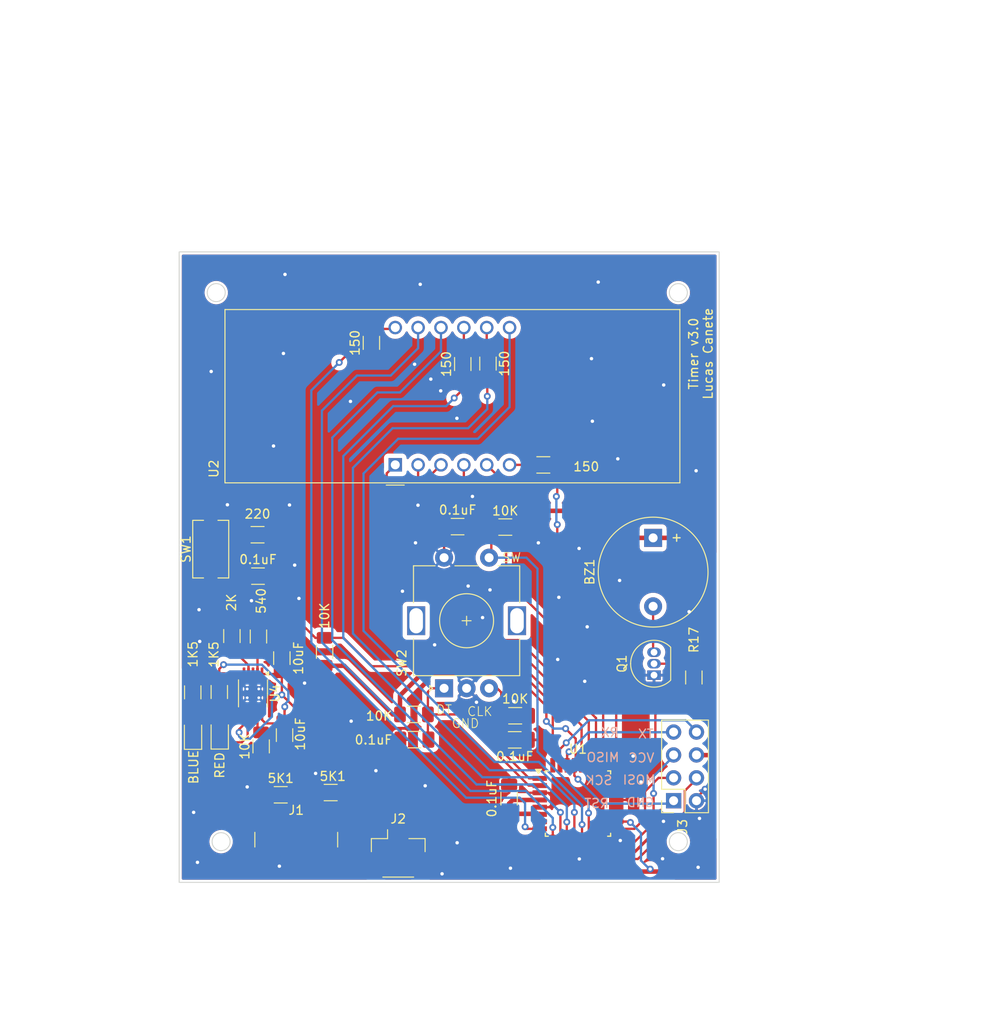
<source format=kicad_pcb>
(kicad_pcb (version 20241229) (generator "pcbnew") (generator_version "9.0")
  (title_block (title "PizzaClock") (date "2025-04-15") (rev "v3") (company "Lucas Canete"))
  (layers (0 "F.Cu" signal) (2 "B.Cu" signal) (13 "F.Paste" user) (15 "B.Paste" user) (5 "F.SilkS" user "F.Silkscreen") (7 "B.SilkS" user "B.Silkscreen") (1 "F.Mask" user) (3 "B.Mask" user) (25 "Edge.Cuts" user))
  (net 0 "")
  (net 1 "GND")
  (net 2 "Net-(BZ1-+)")
  (net 3 "Net-(U2-CA1)")
  (net 4 "Net-(U2-CA2)")
  (net 5 "Net-(U2-CA3)")
  (net 6 "Net-(U2-CA4)")
  (net 7 "RST")
  (net 8 "PB6")
  (net 9 "RX")
  (net 10 "TX")
  (net 11 "MISO")
  (net 12 "MOSI")
  (net 13 "Net-(U4-ISET)")
  (net 14 "Net-(U4-PRETERM)")
  (net 15 "Net-(U4-TS)")
  (net 16 "Net-(U4-OUT)")
  (net 17 "Net-(D3-A)")
  (net 19 "VBUS")
  (net 20 "Net-(D3-K)")
  (net 21 "BAT+")
  (net 22 "Net-(D2-A)")
  (net 23 "Net-(J1-CC1)")
  (net 24 "Net-(J1-CC2)")
  (net 25 "DT")
  (net 26 "CLK")
  (net 30 "Net-(Q1-B)")
  (net 31 "Net-(R12-Pad1)")
  (net 32 "BUZZ")
  (net 33 "E")
  (net 34 "D")
  (net 35 "DPX")
  (net 36 "C")
  (net 37 "G")
  (net 38 "CA2")
  (net 39 "CA4")
  (net 40 "CA1")
  (net 41 "A")
  (net 42 "F")
  (net 43 "CA3")
  (net 44 "B")
  (net 45 "SCK")
  (net 46 "SW")
  (footprint "Resistor_SMD:R_1206_3216Metric_Pad1.30x1.75mm_HandSolder" (layer "F.Cu") (at 75.4 121.95 90)
    (property "Reference" "R7" (hide yes))
    (property "Value" "2K")
  )
  (footprint "Resistor_SMD:R_1206_3216Metric_Pad1.30x1.75mm_HandSolder" (layer "F.Cu") (at 106.875 130.8)
    (property "Reference" "R15" (hide yes))
    (property "Value" "10K")
  )
  (footprint "Resistor_SMD:R_1206_3216Metric_Pad1.30x1.75mm_HandSolder" (layer "F.Cu") (at 71.05 128.2 -90)
    (property "Reference" "R9" (hide yes))
    (property "Value" "1K5")
  )
  (footprint "Capacitor_SMD:C_1206_3216Metric_Pad1.33x1.80mm_HandSolder" (layer "F.Cu") (at 95.675 133.45 180)
    (property "Reference" "C8" (hide yes))
    (property "Value" "0.1uF")
  )
  (footprint "Package_SO:HVSSOP-10-1EP_3x3mm_P0.5mm_EP1.57x1.88mm_ThermalVias" (layer "F.Cu") (at 77.745 128.3125 -90)
    (property "Reference" "U4")
    (property "Value" "BQ24090DGQ")
  )
  (footprint "Resistor_SMD:R_1206_3216Metric_Pad1.30x1.75mm_HandSolder" (layer "F.Cu") (at 86.375 139.325)
    (property "Reference" "R5" (hide yes))
    (property "Value" "5K1")
  )
  (footprint "Rotary_Encoder:RotaryEncoder_Alps_EC11E-Switch_Vertical_H20mm" (layer "F.Cu") (at 98.975 127.75 90)
    (property "Reference" "SW2")
    (property "Value" "RotaryEncoder_Switch")
  )
  (footprint "Resistor_SMD:R_1206_3216Metric_Pad1.30x1.75mm_HandSolder" (layer "F.Cu") (at 78.35 122 90)
    (property "Reference" "R6" (hide yes))
    (property "Value" "540")
  )
  (footprint "Resistor_SMD:R_1206_3216Metric_Pad1.30x1.75mm_HandSolder" (layer "F.Cu") (at 101.05 91.75 -90)
    (property "Reference" "R2" (hide yes))
    (property "Value" "150")
  )
  (footprint "Resistor_SMD:R_1206_3216Metric_Pad1.30x1.75mm_HandSolder" (layer "F.Cu") (at 95.625 130.65 180)
    (property "Reference" "R14" (hide yes))
    (property "Value" "10K")
  )
  (footprint "Resistor_SMD:R_1206_3216Metric_Pad1.30x1.75mm_HandSolder" (layer "F.Cu") (at 78.25 110.7)
    (property "Reference" "R12" (hide yes))
    (property "Value" "220")
  )
  (footprint "Resistor_SMD:R_1206_3216Metric_Pad1.30x1.75mm_HandSolder" (layer "F.Cu") (at 74 128.1625 -90)
    (property "Reference" "R10" (hide yes))
    (property "Value" "1K5")
  )
  (footprint "Capacitor_SMD:C_1206_3216Metric_Pad1.33x1.80mm_HandSolder" (layer "F.Cu") (at 100.475 109.8 180)
    (property "Reference" "C7" (hide yes))
    (property "Value" "0.1uF")
  )
  (footprint "Buzzer_Beeper:Buzzer_12x9.5RM7.6" (layer "F.Cu") (at 122.2 111.05 -90)
    (property "Reference" "BZ1")
    (property "Value" "Buzzer")
  )
  (footprint "Capacitor_SMD:C_1206_3216Metric_Pad1.33x1.80mm_HandSolder" (layer "F.Cu") (at 78.3 115.3 180)
    (property "Reference" "C4" (hide yes))
    (property "Value" "0.1uF")
  )
  (footprint "Capacitor_SMD:C_1206_3216Metric_Pad1.33x1.80mm_HandSolder" (layer "F.Cu") (at 106.825 133.475)
    (property "Reference" "C9" (hide yes))
    (property "Value" "0.1uF")
  )
  (footprint "Resistor_SMD:R_1206_3216Metric_Pad1.30x1.75mm_HandSolder" (layer "F.Cu") (at 90.9 89.4 -90)
    (property "Reference" "R1" (hide yes))
    (property "Value" "150")
  )
  (footprint "Resistor_SMD:R_1206_3216Metric_Pad1.30x1.75mm_HandSolder" (layer "F.Cu") (at 78.65 134.2 -90)
    (property "Reference" "R8" (hide yes))
    (property "Value" "10K")
  )
  (footprint "Resistor_SMD:R_1206_3216Metric_Pad1.30x1.75mm_HandSolder" (layer "F.Cu") (at 85.7 123.7 -90)
    (property "Reference" "R11" (hide yes))
    (property "Value" "10K")
  )
  (footprint "Package_QFP:TQFP-32_7x7mm_P0.8mm" (layer "F.Cu") (at 113.85 140.55)
    (property "Reference" "U1")
    (property "Value" "ATmega168-20A")
  )
  (footprint "Display_7Segment:CA56-12CGKWA" (layer "F.Cu") (at 93.55 102.94 90)
    (property "Reference" "U2")
    (property "Value" "CA56-12CGKWA")
  )
  (footprint "Resistor_SMD:R_1206_3216Metric_Pad1.30x1.75mm_HandSolder" (layer "F.Cu") (at 126.725 126.55 90)
    (property "Reference" "R17")
    (property "Value" "2K")
  )
  (footprint "Button_Switch_SMD:SW_Tactile_SPST_NO_Straight_CK_PTS636Sx25SMTRLFS" (layer "F.Cu") (at 73.05 112.3 90)
    (property "Reference" "SW1")
    (property "Value" "RST")
  )
  (footprint "LED_SMD:LED_0805_2012Metric" (layer "F.Cu") (at 74.05 132.8125 90)
    (property "Reference" "D2" (hide yes))
    (property "Value" "RED")
  )
  (footprint "Resistor_SMD:R_1206_3216Metric_Pad1.30x1.75mm_HandSolder" (layer "F.Cu") (at 80.825 139.575 180)
    (property "Reference" "R16" (hide yes))
    (property "Value" "5K1")
  )
  (footprint "Resistor_SMD:R_1206_3216Metric_Pad1.30x1.75mm_HandSolder" (layer "F.Cu") (at 110 102.95)
    (property "Reference" "R4" (hide yes))
    (property "Value" "150")
  )
  (footprint "Resistor_SMD:R_1206_3216Metric_Pad1.30x1.75mm_HandSolder" (layer "F.Cu") (at 103.85 91.7 -90)
    (property "Reference" "R3" (hide yes))
    (property "Value" "150")
  )
  (footprint "Connector_JST:JST_GH_SM02B-GHS-TB_1x02-1MP_P1.25mm_Horizontal" (layer "F.Cu") (at 93.88 146.15)
    (property "Reference" "J2")
    (property "Value" "Conn_BAT")
  )
  (footprint "Resistor_SMD:R_1206_3216Metric_Pad1.30x1.75mm_HandSolder" (layer "F.Cu") (at 105.775 109.85)
    (property "Reference" "R13" (hide yes))
    (property "Value" "10K")
  )
  (footprint "LED_SMD:LED_0805_2012Metric" (layer "F.Cu") (at 71.0825 132.8425 90)
    (property "Reference" "D3" (hide yes))
    (property "Value" "BLUE")
  )
  (footprint "Capacitor_SMD:C_1206_3216Metric_Pad1.33x1.80mm_HandSolder" (layer "F.Cu") (at 81.25 132.95 -90)
    (property "Reference" "C2" (hide yes))
    (property "Value" "10uF")
  )
  (footprint "Package_TO_SOT_THT:TO-92_Inline" (layer "F.Cu") (at 122.3 126.29 90)
    (property "Reference" "Q1")
    (property "Value" "PN2222A")
  )
  (footprint "Capacitor_SMD:C_1206_3216Metric_Pad1.33x1.80mm_HandSolder" (layer "F.Cu") (at 80.95 124.4 90)
    (property "Reference" "C3" (hide yes))
    (property "Value" "10uF")
  )
  (footprint "Connector_PinSocket_2.54mm:PinSocket_2x04_P2.54mm_Vertical" (layer "F.Cu") (at 124.475 140.23 180)
    (property "Reference" "J3")
    (property "Value" "Conn_USBASP")
  )
  (footprint "Connector_USB:USB_C_Receptacle_GCT_USB4135-GF-A_6P_TopMnt_Horizontal" (layer "F.Cu") (at 82.55 145.7825)
    (property "Reference" "J1")
    (property "Value" "USB_C_Receptacle_PowerOnly_6P")
  )
  (footprint "Capacitor_SMD:C_1206_3216Metric_Pad1.33x1.80mm_HandSolder" (layer "F.Cu") (at 106.2 140 90)
    (property "Reference" "C1" (hide yes))
    (property "Value" "0.1uF")
  )
  (gr_circle (center 74.2 144.78) (end 75.2 144.78) (stroke (width 0.1)) (fill no) (layer "Edge.Cuts"))
  (gr_circle (center 73.66 83.82) (end 74.66 83.82) (stroke (width 0.1)) (fill no) (layer "Edge.Cuts"))
  (gr_circle (center 125 144.78) (end 126 144.78) (stroke (width 0.1)) (fill no) (layer "Edge.Cuts"))
  (gr_circle (center 125 83.82) (end 126 83.82) (stroke (width 0.1)) (fill no) (layer "Edge.Cuts"))
  (gr_rect (start 69.54 79.3) (end 129.54 149.3) (stroke (width 0.1)) (fill no) (layer "Edge.Cuts"))
  (gr_text "CLK" (at 102.95 130.325 0) (layer "F.SilkS") (effects (font (size 1 1) (thickness 0.1))))
  (gr_text "DT" (at 98.975 130.125 0) (layer "F.SilkS") (effects (font (size 1 1) (thickness 0.1))))
  (gr_text "GND" (at 101.35 131.65 0) (layer "F.SilkS") (effects (font (size 1 1) (thickness 0.1))))
  (gr_text "SW" (at 106.475 113.225 0) (layer "F.SilkS") (effects (font (size 1 1) (thickness 0.1))))
  (gr_text "Timer v3.0\nLucas Canete\n" (at 127.5 90.6 90) (layer "F.SilkS") (effects (font (size 1 1))))
  (gr_text "GND" (at 120.79762 140.425 0) (layer "B.SilkS") (effects (font (size 1 1)) (justify mirror)))
  (gr_text "RX" (at 117.4 132.65 0) (layer "B.SilkS") (effects (font (size 1 1)) (justify mirror)))
  (gr_text "TX" (at 121.39762 132.825 0) (layer "B.SilkS") (effects (font (size 1 1)) (justify mirror)))
  (gr_text "RST" (at 115.92262 140.525 0) (layer "B.SilkS") (effects (font (size 1 1)) (justify mirror)))
  (gr_text "MISO" (at 116.62262 135.425 0) (layer "B.SilkS") (effects (font (size 1 1)) (justify mirror)))
  (gr_text "MOSI" (at 120.64762 137.925 0) (layer "B.SilkS") (effects (font (size 1 1)) (justify mirror)))
  (gr_text "SCK" (at 116.17262 137.975 0) (layer "B.SilkS") (effects (font (size 1 1)) (justify mirror)))
  (gr_text "VCC\n" (at 120.89762 135.475 0) (layer "B.SilkS") (effects (font (size 1 1)) (justify mirror)))
  (segment (start 77.525 142.705) (end 77.425 142.805) (width 0.254) (layer "F.Cu") (net 1))
  (segment (start 127.015 139.91) (end 127.975 138.95) (width 0.254) (layer "F.Cu") (net 1))
  (segment (start 79.275 139.575) (end 78.45 139.575) (width 0.254) (layer "F.Cu") (net 1))
  (segment (start 109.6 140.95) (end 110.654 140.95) (width 0.254) (layer "F.Cu") (net 1))
  (segment (start 87.925 139.325) (end 87.925 142.555) (width 0.254) (layer "F.Cu") (net 1))
  (segment (start 87.925 142.555) (end 87.675 142.805) (width 0.254) (layer "F.Cu") (net 1))
  (segment (start 98.975 113.25) (end 98.975 109.8625) (width 0.254) (layer "F.Cu") (net 1))
  (segment (start 127.015 140.23) (end 127.015 139.91) (width 0.254) (layer "F.Cu") (net 1))
  (segment (start 110.654 140.95) (end 110.875 140.729) (width 0.254) (layer "F.Cu") (net 1))
  (segment (start 98.975 109.8625) (end 98.9125 109.8) (width 0.254) (layer "F.Cu") (net 1))
  (segment (start 119.154 140.15) (end 120.85 138.454) (width 0.254) (layer "F.Cu") (net 1))
  (segment (start 110.875 140.729) (end 110.875 139.7) (width 0.254) (layer "F.Cu") (net 1))
  (segment (start 78.45 139.575) (end 77.525 140.5) (width 0.254) (layer "F.Cu") (net 1))
  (segment (start 118.1 140.15) (end 119.154 140.15) (width 0.254) (layer "F.Cu") (net 1))
  (segment (start 108.35 139.35) (end 107.4375 138.4375) (width 0.254) (layer "F.Cu") (net 1))
  (segment (start 110.525 139.35) (end 109.6 139.35) (width 0.254) (layer "F.Cu") (net 1))
  (segment (start 107.4375 138.4375) (end 106.2 138.4375) (width 0.254) (layer "F.Cu") (net 1))
  (segment (start 109.6 139.35) (end 108.35 139.35) (width 0.254) (layer "F.Cu") (net 1))
  (segment (start 77.745 126.1625) (end 77.745 128.3125) (width 0.254) (layer "F.Cu") (net 1))
  (segment (start 77.525 140.5) (end 77.525 142.705) (width 0.254) (layer "F.Cu") (net 1))
  (segment (start 120.85 138.454) (end 120.85 138.15) (width 0.254) (layer "F.Cu") (net 1))
  (segment (start 110.875 139.7) (end 110.525 139.35) (width 0.254) (layer "F.Cu") (net 1))
  (via (at 95.7 91.775) (size 0.762) (drill 0.381) (layers "F.Cu" "B.Cu") (net 1))
  (via (at 81.125 90.575) (size 0.762) (drill 0.381) (layers "F.Cu" "B.Cu") (net 1))
  (via (at 98.6 94.725) (size 0.762) (drill 0.381) (layers "F.Cu" "B.Cu") (net 1))
  (via (at 83.475 127.175) (size 0.762) (drill 0.381) (layers "F.Cu" "B.Cu") (net 1))
  (via (at 95.8 111.6) (size 0.762) (drill 0.381) (layers "F.Cu" "B.Cu") (net 1))
  (via (at 119.975 135.275) (size 0.762) (drill 0.381) (layers "F.Cu" "B.Cu") (net 1))
  (via (at 80.675 147.5) (size 0.762) (drill 0.381) (layers "F.Cu" "B.Cu") (net 1))
  (via (at 97.5 93.425) (size 0.762) (drill 0.381) (layers "F.Cu" "B.Cu") (net 1))
  (via (at 71.15 141.525) (size 0.762) (drill 0.381) (layers "F.Cu" "B.Cu") (net 1))
  (via (at 80.025 100.85) (size 0.762) (drill 0.381) (layers "F.Cu" "B.Cu") (net 1))
  (via (at 88.65 131.4) (size 0.762) (drill 0.381) (layers "F.Cu" "B.Cu") (net 1))
  (via (at 77.1 138.7) (size 0.762) (drill 0.381) (layers "F.Cu" "B.Cu") (net 1))
  (via (at 120.85 138.15) (size 0.762) (drill 0.381) (layers "F.Cu" "B.Cu") (net 1))
  (via (at 101.65 116.4) (size 0.762) (drill 0.381) (layers "F.Cu" "B.Cu") (net 1))
  (via (at 115.45 98.1) (size 0.762) (drill 0.381) (layers "F.Cu" "B.Cu") (net 1))
  (via (at 123.35 142.525) (size 0.762) (drill 0.381) (layers "F.Cu" "B.Cu") (net 1))
  (via (at 103.25 119.9) (size 0.762) (drill 0.381) (layers "F.Cu" "B.Cu") (net 1))
  (via (at 114.875 120.925) (size 0.762) (drill 0.381) (layers "F.Cu" "B.Cu") (net 1))
  (via (at 102.575 129.3) (size 0.762) (drill 0.381) (layers "F.Cu" "B.Cu") (net 1))
  (via (at 127.975 138.95) (size 0.762) (drill 0.381) (layers "F.Cu" "B.Cu") (net 1))
  (via (at 114.6 126.975) (size 0.762) (drill 0.381) (layers "F.Cu" "B.Cu") (net 1))
  (via (at 115.35 91.15) (size 0.762) (drill 0.381) (layers "F.Cu" "B.Cu") (net 1))
  (via (at 123.375 94.075) (size 0.762) (drill 0.381) (layers "F.Cu" "B.Cu") (net 1))
  (via (at 100.425 144.9) (size 0.762) (drill 0.381) (layers "F.Cu" "B.Cu") (net 1))
  (via (at 111.725 117.65) (size 0.762) (drill 0.381) (layers "F.Cu" "B.Cu") (net 1))
  (via (at 96.875 138.575) (size 0.762) (drill 0.381) (layers "F.Cu" "B.Cu") (net 1))
  (via (at 118.55 144.65) (size 0.762) (drill 0.381) (layers "F.Cu" "B.Cu") (net 1))
  (via (at 113.975 112.225) (size 0.762) (drill 0.381) (layers "F.Cu" "B.Cu") (net 1))
  (via (at 82.85 117.775) (size 0.762) (drill 0.381) (layers "F.Cu" "B.Cu") (net 1))
  (via (at 82.375 114.075) (size 0.762) (drill 0.381) (layers "F.Cu" "B.Cu") (net 1))
  (via (at 102.125 106.45) (size 0.762) (drill 0.381) (layers "F.Cu" "B.Cu") (net 1))
  (via (at 88.575 95.9) (size 0.762) (drill 0.381) (layers "F.Cu" "B.Cu") (net 1))
  (via (at 96.075 107.425) (size 0.762) (drill 0.381) (layers "F.Cu" "B.Cu") (net 1))
  (via (at 77.575 118.025) (size 0.762) (drill 0.381) (layers "F.Cu" "B.Cu") (net 1))
  (via (at 81.8 107.4) (size 0.762) (drill 0.381) (layers "F.Cu" "B.Cu") (net 1))
  (via (at 71.825 122.55) (size 0.762) (drill 0.381) (layers "F.Cu" "B.Cu") (net 1))
  (via (at 98.75 148.35) (size 0.762) (drill 0.381) (layers "F.Cu" "B.Cu") (net 1))
  (via (at 118.475 115.775) (size 0.762) (drill 0.381) (layers "F.Cu" "B.Cu") (net 1))
  (via (at 126.2 119.25) (size 0.762) (drill 0.381) (layers "F.Cu" "B.Cu") (net 1))
  (via (at 74.9 107.375) (size 0.762) (drill 0.381) (layers "F.Cu" "B.Cu") (net 1))
  (via (at 100.4 97.775) (size 0.762) (drill 0.381) (layers "F.Cu" "B.Cu") (net 1))
  (via (at 126.975 103.6) (size 0.762) (drill 0.381) (layers "F.Cu" "B.Cu") (net 1))
  (via (at 118.275 102.275) (size 0.762) (drill 0.381) (layers "F.Cu" "B.Cu") (net 1))
  (via (at 81.3 81.8) (size 0.762) (drill 0.381) (layers "F.Cu" "B.Cu") (net 1))
  (via (at 123.25 146.675) (size 0.762) (drill 0.381) (layers "F.Cu" "B.Cu") (net 1))
  (via (at 71.575 147.075) (size 0.762) (drill 0.381) (layers "F.Cu" "B.Cu") (net 1))
  (via (at 109.45 111.6) (size 0.762) (drill 0.381) (layers "F.Cu" "B.Cu") (net 1))
  (via (at 114 146.7) (size 0.762) (drill 0.381) (layers "F.Cu" "B.Cu") (net 1))
  (via (at 116.1 82.65) (size 0.762) (drill 0.381) (layers "F.Cu" "B.Cu") (net 1))
  (via (at 96.325 82.9) (size 0.762) (drill 0.381) (layers "F.Cu" "B.Cu") (net 1))
  (via (at 104.075 116.825) (size 0.762) (drill 0.381) (layers "F.Cu" "B.Cu") (net 1))
  (via (at 97.925 122.925) (size 0.762) (drill 0.381) (layers "F.Cu" "B.Cu") (net 1))
  (via (at 91.4 136.9) (size 0.762) (drill 0.381) (layers "F.Cu" "B.Cu") (net 1))
  (via (at 127.2 147.625) (size 0.762) (drill 0.381) (layers "F.Cu" "B.Cu") (net 1))
  (via (at 94.35 116.975) (size 0.762) (drill 0.381) (layers "F.Cu" "B.Cu") (net 1))
  (via (at 111.6 124.55) (size 0.762) (drill 0.381) (layers "F.Cu" "B.Cu") (net 1))
  (via (at 106.725 129.2) (size 0.762) (drill 0.381) (layers "F.Cu" "B.Cu") (net 1))
  (via (at 127.35 142.2) (size 0.762) (drill 0.381) (layers "F.Cu" "B.Cu") (net 1))
  (via (at 71.75 119.025) (size 0.762) (drill 0.381) (layers "F.Cu" "B.Cu") (net 1))
  (via (at 84.7 137.2) (size 0.762) (drill 0.381) (layers "F.Cu" "B.Cu") (net 1))
  (via (at 106.35 147.725) (size 0.762) (drill 0.381) (layers "F.Cu" "B.Cu") (net 1))
  (via (at 73.1 92.575) (size 0.762) (drill 0.381) (layers "F.Cu" "B.Cu") (net 1))
  (segment (start 122.2 118.65) (end 122.2 123.65) (width 0.254) (layer "F.Cu") (net 2))
  (segment (start 122.2 123.65) (end 122.3 123.75) (width 0.254) (layer "F.Cu") (net 2))
  (segment (start 90.9 87.85) (end 93.4 87.85) (width 0.254) (layer "F.Cu") (net 3))
  (segment (start 93.4 87.85) (end 93.55 87.7) (width 0.254) (layer "F.Cu") (net 3))
  (segment (start 101.17 90.08) (end 101.05 90.2) (width 0.254) (layer "F.Cu") (net 4))
  (segment (start 101.17 87.7) (end 101.17 90.08) (width 0.254) (layer "F.Cu") (net 4))
  (segment (start 103.71 90.01) (end 103.85 90.15) (width 0.254) (layer "F.Cu") (net 5))
  (segment (start 103.71 87.7) (end 103.71 90.01) (width 0.254) (layer "F.Cu") (net 5))
  (segment (start 106.25 102.94) (end 108.44 102.94) (width 0.254) (layer "F.Cu") (net 6))
  (segment (start 108.44 102.94) (end 108.45 102.95) (width 0.254) (layer "F.Cu") (net 6))
  (segment (start 84.675 122.15) (end 85.7 122.15) (width 0.254) (layer "F.Cu") (net 7))
  (segment (start 79.8 110.7) (end 79.8 115.2375) (width 0.254) (layer "F.Cu") (net 7))
  (segment (start 113.45 137.45) (end 113.85 137.85) (width 0.254) (layer "F.Cu") (net 7))
  (segment (start 113.6 136.15) (end 113.6 133.35) (width 0.254) (layer "F.Cu") (net 7))
  (segment (start 79.8625 115.3) (end 79.8625 117.3625) (width 0.254) (layer "F.Cu") (net 7))
  (segment (start 79.8 115.2375) (end 79.8625 115.3) (width 0.254) (layer "F.Cu") (net 7))
  (segment (start 90.95 125.3) (end 95.95 125.3) (width 0.254) (layer "F.Cu") (net 7))
  (segment (start 85.7 122.15) (end 87.8 122.15) (width 0.254) (layer "F.Cu") (net 7))
  (segment (start 113.45 136.3) (end 113.6 136.15) (width 0.254) (layer "F.Cu") (net 7))
  (segment (start 82.35 119.85) (end 82.375 119.85) (width 0.254) (layer "F.Cu") (net 7))
  (segment (start 87.8 122.15) (end 90.95 125.3) (width 0.254) (layer "F.Cu") (net 7))
  (segment (start 113.45 136.3) (end 113.45 137.45) (width 0.254) (layer "F.Cu") (net 7))
  (segment (start 82.375 119.85) (end 84.675 122.15) (width 0.254) (layer "F.Cu") (net 7))
  (segment (start 110.342 129.742) (end 110.342 131.425) (width 0.254) (layer "F.Cu") (net 7))
  (segment (start 113.6 133.35) (end 112.475 132.225) (width 0.254) (layer "F.Cu") (net 7))
  (segment (start 79.8625 117.3625) (end 82.35 119.85) (width 0.254) (layer "F.Cu") (net 7))
  (segment (start 96 125.3) (end 105.9 125.3) (width 0.254) (layer "F.Cu") (net 7))
  (segment (start 105.9 125.3) (end 110.342 129.742) (width 0.254) (layer "F.Cu") (net 7))
  (via (at 112.475 132.225) (size 0.762) (drill 0.381) (layers "F.Cu" "B.Cu") (net 7))
  (via (at 110.342 131.425) (size 0.762) (drill 0.381) (layers "F.Cu" "B.Cu") (net 7))
  (via (at 113.85 137.85) (size 0.762) (drill 0.381) (layers "F.Cu" "B.Cu") (net 7))
  (segment (start 124.291 140.559) (end 124.6 140.25) (width 0.254) (layer "B.Cu") (net 7))
  (segment (start 113.85 137.85) (end 116.559 140.559) (width 0.254) (layer "B.Cu") (net 7))
  (segment (start 112.475 132.225) (end 111.142 132.225) (width 0.254) (layer "B.Cu") (net 7))
  (segment (start 111.142 132.225) (end 110.342 131.425) (width 0.254) (layer "B.Cu") (net 7))
  (segment (start 116.559 140.559) (end 124.291 140.559) (width 0.254) (layer "B.Cu") (net 7))
  (segment (start 112.65 135) (end 112.85 134.8) (width 0.254) (layer "F.Cu") (net 9))
  (segment (start 112.65 135.246) (end 112.65 135) (width 0.254) (layer "F.Cu") (net 9))
  (segment (start 112.65 136.3) (end 112.65 135.246) (width 0.254) (layer "F.Cu") (net 9))
  (via (at 112.85 134.8) (size 0.762) (drill 0.381) (layers "F.Cu" "B.Cu") (net 9))
  (segment (start 112.85 134.8) (end 115.02 132.63) (width 0.254) (layer "B.Cu") (net 9))
  (segment (start 115.02 132.63) (end 124.6 132.63) (width 0.254) (layer "B.Cu") (net 9))
  (segment (start 111.85 136.3) (end 111.85 134.5) (width 0.254) (layer "F.Cu") (net 10))
  (segment (start 111.85 134.5) (end 112.55 133.8) (width 0.254) (layer "F.Cu") (net 10))
  (via (at 112.55 133.8) (size 0.762) (drill 0.381) (layers "F.Cu" "B.Cu") (net 10))
  (segment (start 115.05 131.3) (end 125.81 131.3) (width 0.254) (layer "B.Cu") (net 10))
  (segment (start 125.81 131.3) (end 127.14 132.63) (width 0.254) (layer "B.Cu") (net 10))
  (segment (start 112.55 133.8) (end 115.05 131.3) (width 0.254) (layer "B.Cu") (net 10))
  (segment (start 122.25 142.7) (end 118.95 146) (width 0.254) (layer "F.Cu") (net 11))
  (segment (start 118.95 146) (end 116.9 146) (width 0.254) (layer "F.Cu") (net 11))
  (segment (start 116.9 146) (end 116.65 145.75) (width 0.254) (layer "F.Cu") (net 11))
  (segment (start 122.25 139.425) (end 122.25 142.7) (width 0.254) (layer "F.Cu") (net 11))
  (segment (start 116.65 145.75) (end 116.65 144.8) (width 0.254) (layer "F.Cu") (net 11))
  (via (at 122.25 139.425) (size 0.762) (drill 0.381) (layers "F.Cu" "B.Cu") (net 11))
  (segment (start 122.25 139.425) (end 122.25 137.52) (width 0.254) (layer "B.Cu") (net 11))
  (segment (start 122.25 137.52) (end 124.6 135.17) (width 0.254) (layer "B.Cu") (net 11))
  (segment (start 115.85 146.25) (end 116.3 146.7) (width 0.254) (layer "F.Cu") (net 12))
  (segment (start 115.85 144.8) (end 115.85 146.25) (width 0.254) (layer "F.Cu") (net 12))
  (segment (start 116.3 146.7) (end 120.506 146.7) (width 0.254) (layer "F.Cu") (net 12))
  (segment (start 125.725 141.481) (end 125.725 139.125) (width 0.254) (layer "F.Cu") (net 12))
  (segment (start 125.725 139.125) (end 127.14 137.71) (width 0.254) (layer "F.Cu") (net 12))
  (segment (start 120.506 146.7) (end 125.725 141.481) (width 0.254) (layer "F.Cu") (net 12))
  (segment (start 78.245 126.1625) (end 78.245 123.655) (width 0.254) (layer "F.Cu") (net 13))
  (segment (start 78.245 123.655) (end 78.35 123.55) (width 0.254) (layer "F.Cu") (net 13))
  (segment (start 77.245 125.194342) (end 75.550658 123.5) (width 0.254) (layer "F.Cu") (net 14))
  (segment (start 77.245 126.1625) (end 77.245 125.194342) (width 0.254) (layer "F.Cu") (net 14))
  (segment (start 75.550658 123.5) (end 75.4 123.5) (width 0.254) (layer "F.Cu") (net 14))
  (segment (start 78.245 132.495) (end 78.35 132.6) (width 0.254) (layer "F.Cu") (net 15))
  (segment (start 78.245 130.4625) (end 78.245 132.245) (width 0.254) (layer "F.Cu") (net 15))
  (segment (start 78.245 132.245) (end 78.65 132.65) (width 0.254) (layer "F.Cu") (net 15))
  (segment (start 74 125.6) (end 74 126.6125) (width 0.254) (layer "F.Cu") (net 16))
  (segment (start 81.274368 130.225632) (end 81.25 130.25) (width 0.254) (layer "F.Cu") (net 16))
  (segment (start 79.15 131.65) (end 80.45 131.65) (width 0.254) (layer "F.Cu") (net 16))
  (segment (start 71.05 126.65) (end 73.9625 126.65) (width 0.254) (layer "F.Cu") (net 16))
  (segment (start 81.274368 129.800632) (end 81.274368 130.225632) (width 0.254) (layer "F.Cu") (net 16))
  (segment (start 73.95 126.6625) (end 74 126.6125) (width 0.254) (layer "F.Cu") (net 16))
  (segment (start 78.745 130.4625) (end 78.745 131.245) (width 0.254) (layer "F.Cu") (net 16))
  (segment (start 74.475 125.125) (end 74 125.6) (width 0.254) (layer "F.Cu") (net 16))
  (segment (start 81.25 130.25) (end 81.25 131.3875) (width 0.254) (layer "F.Cu") (net 16))
  (segment (start 78.745 131.245) (end 79.15 131.65) (width 0.254) (layer "F.Cu") (net 16))
  (segment (start 73.9625 126.65) (end 74 126.6125) (width 0.254) (layer "F.Cu") (net 16))
  (via (at 81.274368 129.800632) (size 0.762) (drill 0.381) (layers "F.Cu" "B.Cu") (net 16))
  (via (at 74.475 125.125) (size 0.762) (drill 0.381) (layers "F.Cu" "B.Cu") (net 16))
  (segment (start 78.725 125.125) (end 74.475 125.125) (width 0.254) (layer "B.Cu") (net 16))
  (segment (start 81.675 129.125) (end 81.675 128.075) (width 0.254) (layer "B.Cu") (net 16))
  (segment (start 81.274368 129.525632) (end 81.675 129.125) (width 0.254) (layer "B.Cu") (net 16))
  (segment (start 81.274368 129.800632) (end 81.274368 129.525632) (width 0.254) (layer "B.Cu") (net 16))
  (segment (start 81.675 128.075) (end 78.725 125.125) (width 0.254) (layer "B.Cu") (net 16))
  (segment (start 71.0825 131.905) (end 71.0825 129.7825) (width 0.254) (layer "F.Cu") (net 17))
  (segment (start 71.0825 129.7825) (end 71.05 129.75) (width 0.254) (layer "F.Cu") (net 17))
  (segment (start 76.2 132.304508) (end 76.2 132.65) (width 0.254) (layer "F.Cu") (net 19))
  (segment (start 81.03 142.75) (end 81.1 142.82) (width 0.254) (layer "F.Cu") (net 19))
  (segment (start 81.1 143.75) (end 81.35 144) (width 0.254) (layer "F.Cu") (net 19))
  (segment (start 81.03 137.645) (end 83.2 135.475) (width 0.254) (layer "F.Cu") (net 19))
  (segment (start 81.03 142.75) (end 81.03 137.645) (width 0.254) (layer "F.Cu") (net 19))
  (segment (start 81.35 144) (end 83.7 144) (width 0.254) (layer "F.Cu") (net 19))
  (segment (start 83.2 130.725) (end 80.95 128.475) (width 0.254) (layer "F.Cu") (net 19))
  (segment (start 78.745 126.1625) (end 80.75 126.1625) (width 0.254) (layer "F.Cu") (net 19))
  (segment (start 77.245 130.4625) (end 77.245 131.259508) (width 0.254) (layer "F.Cu") (net 19))
  (segment (start 80.95 128.475) (end 80.95 125.9625) (width 0.254) (layer "F.Cu") (net 19))
  (segment (start 77.245 131.259508) (end 76.2 132.304508) (width 0.254) (layer "F.Cu") (net 19))
  (segment (start 83.7 144) (end 84.07 143.63) (width 0.254) (layer "F.Cu") (net 19))
  (segment (start 80.75 126.1625) (end 80.95 125.9625) (width 0.254) (layer "F.Cu") (net 19))
  (segment (start 84.07 143.63) (end 84.07 142.75) (width 0.254) (layer "F.Cu") (net 19))
  (segment (start 81.1 142.82) (end 81.1 143.75) (width 0.254) (layer "F.Cu") (net 19))
  (segment (start 83.2 135.475) (end 83.2 130.725) (width 0.254) (layer "F.Cu") (net 19))
  (via (at 80.95 128.475) (size 0.762) (drill 0.381) (layers "F.Cu" "B.Cu") (net 19))
  (via (at 76.2 132.65) (size 0.762) (drill 0.381) (layers "F.Cu" "B.Cu") (net 19))
  (segment (start 80.45 128.475) (end 79.85 129.075) (width 0.254) (layer "B.Cu") (net 19))
  (segment (start 77.4 133.35) (end 76.45 133.35) (width 0.254) (layer "B.Cu") (net 19))
  (segment (start 76.2 133.1) (end 76.2 132.65) (width 0.254) (layer "B.Cu") (net 19))
  (segment (start 76.45 133.35) (end 76.2 133.1) (width 0.254) (layer "B.Cu") (net 19))
  (segment (start 80.95 128.475) (end 80.45 128.475) (width 0.254) (layer "B.Cu") (net 19))
  (segment (start 79.85 130.9) (end 77.4 133.35) (width 0.254) (layer "B.Cu") (net 19))
  (segment (start 79.85 129.075) (end 79.85 130.9) (width 0.254) (layer "B.Cu") (net 19))
  (segment (start 72.45 128.9) (end 73.25 128.1) (width 0.254) (layer "F.Cu") (net 20))
  (segment (start 76.745 127.105) (end 76.745 126.1625) (width 0.254) (layer "F.Cu") (net 20))
  (segment (start 72.45 132.4125) (end 72.45 128.9) (width 0.254) (layer "F.Cu") (net 20))
  (segment (start 71.0825 133.78) (end 72.45 132.4125) (width 0.254) (layer "F.Cu") (net 20))
  (segment (start 73.25 128.1) (end 75.75 128.1) (width 0.254) (layer "F.Cu") (net 20))
  (segment (start 75.75 128.1) (end 76.745 127.105) (width 0.254) (layer "F.Cu") (net 20))
  (segment (start 74.05 133.75) (end 76.5 133.75) (width 0.254) (layer "F.Cu") (net 21))
  (segment (start 94.075 128.55) (end 96.525 126.1) (width 0.5) (layer "F.Cu") (net 21))
  (segment (start 118.1 142.55) (end 119.583 142.55) (width 0.254) (layer "F.Cu") (net 21))
  (segment (start 74.05 142) (end 74.05 133.75) (width 0.5) (layer "F.Cu") (net 21))
  (segment (start 77.745 130.4625) (end 77.745 131.705658) (width 0.254) (layer "F.Cu") (net 21))
  (segment (start 85.7 125.25) (end 87.875 125.25) (width 0.5) (layer "F.Cu") (net 21))
  (segment (start 93.575 145.625) (end 97.775 145.625) (width 0.5) (layer "F.Cu") (net 21))
  (segment (start 128.9 143.45) (end 128.9 135.55) (width 0.5) (layer "F.Cu") (net 21))
  (segment (start 110.275 108.05) (end 108.475 109.85) (width 0.5) (layer "F.Cu") (net 21))
  (segment (start 77.745 131.705658) (end 77.15 132.300658) (width 0.254) (layer "F.Cu") (net 21))
  (segment (start 85.7 133.575) (end 85.7 125.25) (width 0.5) (layer "F.Cu") (net 21))
  (segment (start 93.255 144.3) (end 93.255 145.305) (width 0.5) (layer "F.Cu") (net 21))
  (segment (start 128.9 135.55) (end 128.9 113.675) (width 0.5) (layer "F.Cu") (net 21))
  (segment (start 93.275 130.65) (end 94.075 130.65) (width 0.5) (layer "F.Cu") (net 21))
  (segment (start 106.6 140.15) (end 106.2 140.55) (width 0.5) (layer "F.Cu") (net 21))
  (segment (start 93.255 141.13) (end 85.7 133.575) (width 0.5) (layer "F.Cu") (net 21))
  (segment (start 101.8375 141.5625) (end 106.2 141.5625) (width 0.5) (layer "F.Cu") (net 21))
  (segment (start 118.125 111.05) (end 115.125 108.05) (width 0.5) (layer "F.Cu") (net 21))
  (segment (start 122.2 111.05) (end 118.125 111.05) (width 0.5) (layer "F.Cu") (net 21))
  (segment (start 92.977 144.578) (end 76.628 144.578) (width 0.5) (layer "F.Cu") (net 21))
  (segment (start 106 141.6875) (end 109.5375 141.6875) (width 0.5) (layer "F.Cu") (net 21))
  (segment (start 124.6875 147.6625) (end 128.9 143.45) (width 0.5) (layer "F.Cu") (net 21))
  (segment (start 105.55 126.1) (end 108.425 128.975) (width 0.5) (layer "F.Cu") (net 21))
  (segment (start 106.2 144.25) (end 110.05 148.1) (width 0.5) (layer "F.Cu") (net 21))
  (segment (start 124.25 148.1) (end 124.6875 147.6625) (width 0.5) (layer "F.Cu") (net 21))
  (segment (start 115.125 108.05) (end 110.275 108.05) (width 0.5) (layer "F.Cu") (net 21))
  (segment (start 108.425 128.975) (end 108.425 130.8) (width 0.5) (layer "F.Cu") (net 21))
  (segment (start 93.255 144.3) (end 93.255 141.13) (width 0.5) (layer "F.Cu") (net 21))
  (segment (start 106.2 141.5625) (end 106.2 144.25) (width 0.5) (layer "F.Cu") (net 21))
  (segment (start 128.9 135.55) (end 128.52 135.17) (width 0.5) (layer "F.Cu") (net 21))
  (segment (start 87.875 125.25) (end 93.275 130.65) (width 0.5) (layer "F.Cu") (net 21))
  (segment (start 97.775 145.625) (end 101.8375 141.5625) (width 0.5) (layer "F.Cu") (net 21))
  (segment (start 126.275 111.05) (end 122.2 111.05) (width 0.5) (layer "F.Cu") (net 21))
  (segment (start 77.15 132.300658) (end 77.15 133.1) (width 0.254) (layer "F.Cu") (net 21))
  (segment (start 96.525 126.1) (end 105.55 126.1) (width 0.5) (layer "F.Cu") (net 21))
  (segment (start 108.475 109.85) (end 107.325 109.85) (width 0.5) (layer "F.Cu") (net 21))
  (segment (start 106.2 140.55) (end 106.2 141.5625) (width 0.5) (layer "F.Cu") (net 21))
  (segment (start 128.9 113.675) (end 126.275 111.05) (width 0.5) (layer "F.Cu") (net 21))
  (segment (start 128.52 135.17) (end 127.14 135.17) (width 0.5) (layer "F.Cu") (net 21))
  (segment (start 76.628 144.578) (end 74.05 142) (width 0.5) (layer "F.Cu") (net 21))
  (segment (start 119.583 142.55) (end 119.675 142.642) (width 0.254) (layer "F.Cu") (net 21))
  (segment (start 110.05 148.1) (end 124.25 148.1) (width 0.5) (layer "F.Cu") (net 21))
  (segment (start 76.5 133.75) (end 77.15 133.1) (width 0.254) (layer "F.Cu") (net 21))
  (segment (start 93.255 145.305) (end 93.575 145.625) (width 0.5) (layer "F.Cu") (net 21))
  (segment (start 94.075 130.65) (end 94.075 128.55) (width 0.5) (layer "F.Cu") (net 21))
  (segment (start 109.6 140.15) (end 106.6 140.15) (width 0.5) (layer "F.Cu") (net 21))
  (segment (start 109.5375 141.6875) (end 109.6 141.75) (width 0.5) (layer "F.Cu") (net 21))
  (via (at 119.675 142.642) (size 0.762) (drill 0.381) (layers "F.Cu" "B.Cu") (net 21))
  (via (at 121.875 147.825) (size 0.762) (drill 0.381) (layers "F.Cu" "B.Cu") (net 21))
  (segment (start 119.675 142.642) (end 120.85 143.817) (width 0.254) (layer "B.Cu") (net 21))
  (segment (start 120.85 143.817) (end 120.85 146.875) (width 0.254) (layer "B.Cu") (net 21))
  (segment (start 120.85 146.875) (end 121.8 147.825) (width 0.254) (layer "B.Cu") (net 21))
  (segment (start 121.8 147.825) (end 121.875 147.825) (width 0.254) (layer "B.Cu") (net 21))
  (segment (start 74 131.825) (end 74.05 131.875) (width 0.254) (layer "F.Cu") (net 22))
  (segment (start 74 129.7125) (end 74 131.825) (width 0.254) (layer "F.Cu") (net 22))
  (segment (start 82.125 142.675) (end 82.125 139.825) (width 0.254) (layer "F.Cu") (net 23))
  (segment (start 82.125 139.825) (end 82.375 139.575) (width 0.254) (layer "F.Cu") (net 23))
  (segment (start 82.05 142.75) (end 82.125 142.675) (width 0.254) (layer "F.Cu") (net 23))
  (segment (start 83.05 142.75) (end 83.05 141.775) (width 0.254) (layer "F.Cu") (net 24))
  (segment (start 83.65 141.175) (end 84.425 141.175) (width 0.254) (layer "F.Cu") (net 24))
  (segment (start 83.05 141.775) (end 83.65 141.175) (width 0.254) (layer "F.Cu") (net 24))
  (segment (start 84.825 140.775) (end 84.825 139.325) (width 0.254) (layer "F.Cu") (net 24))
  (segment (start 84.425 141.175) (end 84.825 140.775) (width 0.254) (layer "F.Cu") (net 24))
  (segment (start 97.2 130.9875) (end 97.2625 131.05) (width 0.254) (layer "F.Cu") (net 25))
  (segment (start 109.6 138.55) (end 108.375 138.55) (width 0.254) (layer "F.Cu") (net 25))
  (segment (start 100.475 130.65) (end 97.175 130.65) (width 0.254) (layer "F.Cu") (net 25))
  (segment (start 97.175 130.65) (end 97.175 128.15) (width 0.254) (layer "F.Cu") (net 25))
  (segment (start 97.175 130.65) (end 97.175 133.3875) (width 0.254) (layer "F.Cu") (net 25))
  (segment (start 97.175 133.3875) (end 97.2375 133.45) (width 0.254) (layer "F.Cu") (net 25))
  (segment (start 97.175 128.15) (end 97.575 127.75) (width 0.254) (layer "F.Cu") (net 25))
  (segment (start 108.375 138.55) (end 100.475 130.65) (width 0.254) (layer "F.Cu") (net 25))
  (segment (start 97.575 127.75) (end 98.975 127.75) (width 0.254) (layer "F.Cu") (net 25))
  (segment (start 105.2875 134.6125) (end 108.425 137.75) (width 0.254) (layer "F.Cu") (net 26))
  (segment (start 105.35 131.0125) (end 105.2875 131.075) (width 0.254) (layer "F.Cu") (net 26))
  (segment (start 105.2875 131.075) (end 105.2875 134.6125) (width 0.254) (layer "F.Cu") (net 26))
  (segment (start 104.875 127.75) (end 105.325 128.2) (width 0.254) (layer "F.Cu") (net 26))
  (segment (start 105.325 128.2) (end 105.325 130.8) (width 0.254) (layer "F.Cu") (net 26))
  (segment (start 103.975 127.75) (end 104.875 127.75) (width 0.254) (layer "F.Cu") (net 26))
  (segment (start 108.425 137.75) (end 109.6 137.75) (width 0.254) (layer "F.Cu") (net 26))
  (segment (start 126.305 125.02) (end 126.325 125) (width 0.254) (layer "F.Cu") (net 30))
  (segment (start 122.3 125.02) (end 126.305 125.02) (width 0.254) (layer "F.Cu") (net 30))
  (segment (start 75.325 108.425) (end 76.7 109.8) (width 0.254) (layer "F.Cu") (net 31))
  (segment (start 72.85 108.425) (end 75.325 108.425) (width 0.254) (layer "F.Cu") (net 31))
  (segment (start 76.7 109.8) (end 76.7 110.7) (width 0.254) (layer "F.Cu") (net 31))
  (segment (start 122.45 135.254) (end 122.45 130.65) (width 0.254) (layer "F.Cu") (net 32))
  (segment (start 124.875 128.225) (end 126.35 128.225) (width 0.254) (layer "F.Cu") (net 32))
  (segment (start 122.45 130.65) (end 124.875 128.225) (width 0.254) (layer "F.Cu") (net 32))
  (segment (start 118.1 138.55) (end 119.154 138.55) (width 0.254) (layer "F.Cu") (net 32))
  (segment (start 119.154 138.55) (end 122.45 135.254) (width 0.254) (layer "F.Cu") (net 32))
  (segment (start 92.6 103.89) (end 93.55 102.94) (width 0.254) (layer "F.Cu") (net 33))
  (segment (start 92.6 121.425) (end 92.6 103.89) (width 0.254) (layer "F.Cu") (net 33))
  (segment (start 95.875 124.7) (end 92.6 121.425) (width 0.254) (layer "F.Cu") (net 33))
  (segment (start 111.05 136.3) (end 111.05 129.55) (width 0.254) (layer "F.Cu") (net 33))
  (segment (start 106.2 124.7) (end 95.875 124.7) (width 0.254) (layer "F.Cu") (net 33))
  (segment (start 111.05 129.55) (end 106.2 124.7) (width 0.254) (layer "F.Cu") (net 33))
  (segment (start 93.375 107.025) (end 96.09 104.31) (width 0.254) (layer "F.Cu") (net 34))
  (segment (start 96.09 104.31) (end 96.09 102.94) (width 0.254) (layer "F.Cu") (net 34))
  (segment (start 96.175 124.1) (end 93.375 121.3) (width 0.254) (layer "F.Cu") (net 34))
  (segment (start 114.25 131.85) (end 106.5 124.1) (width 0.254) (layer "F.Cu") (net 34))
  (segment (start 106.5 124.1) (end 96.175 124.1) (width 0.254) (layer "F.Cu") (net 34))
  (segment (start 114.25 136.3) (end 114.25 131.85) (width 0.254) (layer "F.Cu") (net 34))
  (segment (start 93.375 121.3) (end 93.375 107.025) (width 0.254) (layer "F.Cu") (net 34))
  (segment (start 107.05 123.425) (end 100.575 123.425) (width 0.254) (layer "F.Cu") (net 35))
  (segment (start 115.05 131.425) (end 107.05 123.425) (width 0.254) (layer "F.Cu") (net 35))
  (segment (start 100.575 123.425) (end 97.575 120.425) (width 0.254) (layer "F.Cu") (net 35))
  (segment (start 97.575 103.995) (end 98.63 102.94) (width 0.254) (layer "F.Cu") (net 35))
  (segment (start 115.05 136.3) (end 115.05 131.425) (width 0.254) (layer "F.Cu") (net 35))
  (segment (start 97.575 120.425) (end 97.575 103.995) (width 0.254) (layer "F.Cu") (net 35))
  (segment (start 101.17 104.955) (end 101.17 102.94) (width 0.254) (layer "F.Cu") (net 36))
  (segment (start 100.7 120.325) (end 100.7 105.425) (width 0.254) (layer "F.Cu") (net 36))
  (segment (start 107.2 122.4) (end 102.775 122.4) (width 0.254) (layer "F.Cu") (net 36))
  (segment (start 115.85 131.05) (end 107.2 122.4) (width 0.254) (layer "F.Cu") (net 36))
  (segment (start 115.85 136.3) (end 115.85 131.05) (width 0.254) (layer "F.Cu") (net 36))
  (segment (start 102.775 122.4) (end 100.7 120.325) (width 0.254) (layer "F.Cu") (net 36))
  (segment (start 100.7 105.425) (end 101.17 104.955) (width 0.254) (layer "F.Cu") (net 36))
  (segment (start 105.875 105.105) (end 103.71 102.94) (width 0.254) (layer "F.Cu") (net 37))
  (segment (start 116.65 136.3) (end 116.65 126.5) (width 0.254) (layer "F.Cu") (net 37))
  (segment (start 105.875 115.725) (end 105.875 105.105) (width 0.254) (layer "F.Cu") (net 37))
  (segment (start 116.65 126.5) (end 105.875 115.725) (width 0.254) (layer "F.Cu") (net 37))
  (segment (start 100.1 95.525) (end 101.05 94.575) (width 0.254) (layer "F.Cu") (net 38))
  (segment (start 112.608 142.517) (end 112.608 142.6) (width 0.254) (layer "F.Cu") (net 38))
  (segment (start 101.05 94.575) (end 101.05 93.3) (width 0.254) (layer "F.Cu") (net 38))
  (segment (start 112.608 142.6) (end 112.608 144.758) (width 0.254) (layer "F.Cu") (net 38))
  (segment (start 112.608 144.758) (end 112.65 144.8) (width 0.254) (layer "F.Cu") (net 38))
  (via (at 112.608 142.6) (size 0.762) (drill 0.381) (layers "F.Cu" "B.Cu") (net 38))
  (via (at 100.1 95.525) (size 0.762) (drill 0.381) (layers "F.Cu" "B.Cu") (net 38))
  (segment (start 87.775 122.175) (end 87.775 101.975) (width 0.254) (layer "B.Cu") (net 38))
  (segment (start 103.225 137.625) (end 87.775 122.175) (width 0.254) (layer "B.Cu") (net 38))
  (segment (start 112.608 142.6) (end 112.608 140.833) (width 0.254) (layer "B.Cu") (net 38))
  (segment (start 87.775 101.975) (end 93.325 96.425) (width 0.254) (layer "B.Cu") (net 38))
  (segment (start 112.608 140.833) (end 109.4 137.625) (width 0.254) (layer "B.Cu") (net 38))
  (segment (start 93.325 96.425) (end 99.2 96.425) (width 0.254) (layer "B.Cu") (net 38))
  (segment (start 109.4 137.625) (end 103.225 137.625) (width 0.254) (layer "B.Cu") (net 38))
  (segment (start 99.2 96.425) (end 100.1 95.525) (width 0.254) (layer "B.Cu") (net 38))
  (segment (start 111.45 106.45) (end 111.55 106.35) (width 0.254) (layer "F.Cu") (net 39))
  (segment (start 111.55 106.35) (end 111.55 102.95) (width 0.254) (layer "F.Cu") (net 39))
  (segment (start 111.55 109.575) (end 111.55 114.025) (width 0.254) (layer "F.Cu") (net 39))
  (segment (start 111.55 114.025) (end 118.1 120.575) (width 0.254) (layer "F.Cu") (net 39))
  (segment (start 118.1 120.575) (end 118.1 137.75) (width 0.254) (layer "F.Cu") (net 39))
  (via (at 111.45 106.45) (size 0.762) (drill 0.381) (layers "F.Cu" "B.Cu") (net 39))
  (via (at 111.55 109.575) (size 0.762) (drill 0.381) (layers "F.Cu" "B.Cu") (net 39))
  (segment (start 111.45 106.45) (end 111.45 109.475) (width 0.254) (layer "B.Cu") (net 39))
  (segment (start 111.45 109.475) (end 111.55 109.575) (width 0.254) (layer "B.Cu") (net 39))
  (segment (start 107.975 143.125) (end 108.2 143.35) (width 0.254) (layer "F.Cu") (net 40))
  (segment (start 108.2 143.35) (end 109.6 143.35) (width 0.254) (layer "F.Cu") (net 40))
  (segment (start 87.95 90.95) (end 90.9 90.95) (width 0.254) (layer "F.Cu") (net 40))
  (segment (start 87.325 91.575) (end 87.95 90.95) (width 0.254) (layer "F.Cu") (net 40))
  (via (at 87.325 91.575) (size 0.762) (drill 0.381) (layers "F.Cu" "B.Cu") (net 40))
  (via (at 107.975 143.125) (size 0.762) (drill 0.381) (layers "F.Cu" "B.Cu") (net 40))
  (segment (start 90.1 128.575) (end 84.225 122.7) (width 0.254) (layer "B.Cu") (net 40))
  (segment (start 107.975 143.125) (end 107.975 140.5) (width 0.254) (layer "B.Cu") (net 40))
  (segment (start 84.225 122.7) (end 84.225 94.675) (width 0.254) (layer "B.Cu") (net 40))
  (segment (start 101.425 139.9) (end 90.1 128.575) (width 0.254) (layer "B.Cu") (net 40))
  (segment (start 107.375 139.9) (end 101.425 139.9) (width 0.254) (layer "B.Cu") (net 40))
  (segment (start 107.975 140.5) (end 107.375 139.9) (width 0.254) (layer "B.Cu") (net 40))
  (segment (start 84.225 94.675) (end 87.325 91.575) (width 0.254) (layer "B.Cu") (net 40))
  (segment (start 111.05 143.2) (end 111.05 144.8) (width 0.254) (layer "F.Cu") (net 41))
  (via (at 111.05 143.2) (size 0.762) (drill 0.381) (layers "F.Cu" "B.Cu") (net 41))
  (segment (start 111.05 143.2) (end 111.05 142.15) (width 0.254) (layer "B.Cu") (net 41))
  (segment (start 85.4 122.65) (end 85.4 96.925) (width 0.254) (layer "B.Cu") (net 41))
  (segment (start 85.4 96.925) (end 89.3 93.025) (width 0.254) (layer "B.Cu") (net 41))
  (segment (start 96.09 89.985) (end 96.09 87.7) (width 0.254) (layer "B.Cu") (net 41))
  (segment (start 89.3 93.025) (end 93.05 93.025) (width 0.254) (layer "B.Cu") (net 41))
  (segment (start 108.05 139.15) (end 101.9 139.15) (width 0.254) (layer "B.Cu") (net 41))
  (segment (start 93.05 93.025) (end 96.09 89.985) (width 0.254) (layer "B.Cu") (net 41))
  (segment (start 101.9 139.15) (end 85.4 122.65) (width 0.254) (layer "B.Cu") (net 41))
  (segment (start 111.05 142.15) (end 108.05 139.15) (width 0.254) (layer "B.Cu") (net 41))
  (segment (start 111.9 141.525) (end 111.9 144.75) (width 0.254) (layer "F.Cu") (net 42))
  (segment (start 111.9 144.75) (end 111.85 144.8) (width 0.254) (layer "F.Cu") (net 42))
  (via (at 111.9 141.525) (size 0.762) (drill 0.381) (layers "F.Cu" "B.Cu") (net 42))
  (segment (start 86.55 99.925) (end 91.575 94.9) (width 0.254) (layer "B.Cu") (net 42))
  (segment (start 98.63 90.345) (end 98.63 87.7) (width 0.254) (layer "B.Cu") (net 42))
  (segment (start 86.55 122.4) (end 86.55 99.925) (width 0.254) (layer "B.Cu") (net 42))
  (segment (start 94.075 94.9) (end 98.63 90.345) (width 0.254) (layer "B.Cu") (net 42))
  (segment (start 111.9 141.525) (end 108.8 138.425) (width 0.254) (layer "B.Cu") (net 42))
  (segment (start 102.575 138.425) (end 86.55 122.4) (width 0.254) (layer "B.Cu") (net 42))
  (segment (start 91.575 94.9) (end 94.075 94.9) (width 0.254) (layer "B.Cu") (net 42))
  (segment (start 108.8 138.425) (end 102.575 138.425) (width 0.254) (layer "B.Cu") (net 42))
  (segment (start 103.775 95.325) (end 103.775 93.325) (width 0.254) (layer "F.Cu") (net 43))
  (segment (start 103.775 93.325) (end 103.85 93.25) (width 0.254) (layer "F.Cu") (net 43))
  (segment (start 113.45 141.525) (end 113.45 144.8) (width 0.254) (layer "F.Cu") (net 43))
  (via (at 103.775 95.325) (size 0.762) (drill 0.381) (layers "F.Cu" "B.Cu") (net 43))
  (via (at 113.45 141.525) (size 0.762) (drill 0.381) (layers "F.Cu" "B.Cu") (net 43))
  (segment (start 103.775 96.75) (end 103.775 95.325) (width 0.254) (layer "B.Cu") (net 43))
  (segment (start 104.025 136.85) (end 88.85 121.675) (width 0.254) (layer "B.Cu") (net 43))
  (segment (start 101.65 98.875) (end 103.775 96.75) (width 0.254) (layer "B.Cu") (net 43))
  (segment (start 113.45 140.6) (end 109.7 136.85) (width 0.254) (layer "B.Cu") (net 43))
  (segment (start 88.85 103.275) (end 93.25 98.875) (width 0.254) (layer "B.Cu") (net 43))
  (segment (start 113.45 141.525) (end 113.45 140.6) (width 0.254) (layer "B.Cu") (net 43))
  (segment (start 93.25 98.875) (end 101.65 98.875) (width 0.254) (layer "B.Cu") (net 43))
  (segment (start 88.85 121.675) (end 88.85 103.275) (width 0.254) (layer "B.Cu") (net 43))
  (segment (start 109.7 136.85) (end 104.025 136.85) (width 0.254) (layer "B.Cu") (net 43))
  (segment (start 114.3 142.875) (end 114.3 144.75) (width 0.254) (layer "F.Cu") (net 44))
  (segment (start 114.3 144.75) (end 114.25 144.8) (width 0.254) (layer "F.Cu") (net 44))
  (segment (start 114.35 142.825) (end 114.3 142.875) (width 0.254) (layer "F.Cu") (net 44))
  (via (at 114.3 142.875) (size 0.762) (drill 0.381) (layers "F.Cu" "B.Cu") (net 44))
  (segment (start 93.875 100.05) (end 102.725 100.05) (width 0.254) (layer "B.Cu") (net 44))
  (segment (start 106.25 96.525) (end 106.25 87.7) (width 0.254) (layer "B.Cu") (net 44))
  (segment (start 102.725 100.05) (end 106.25 96.525) (width 0.254) (layer "B.Cu") (net 44))
  (segment (start 90.025 103.9) (end 93.875 100.05) (width 0.254) (layer "B.Cu") (net 44))
  (segment (start 90.025 121.375) (end 90.025 103.9) (width 0.254) (layer "B.Cu") (net 44))
  (segment (start 109.5 135.925) (end 104.575 135.925) (width 0.254) (layer "B.Cu") (net 44))
  (segment (start 114.3 142.875) (end 114.3 140.725) (width 0.254) (layer "B.Cu") (net 44))
  (segment (start 104.575 135.925) (end 90.025 121.375) (width 0.254) (layer "B.Cu") (net 44))
  (segment (start 114.3 140.725) (end 109.5 135.925) (width 0.254) (layer "B.Cu") (net 44))
  (segment (start 121.3 139.2) (end 122.8 137.7) (width 0.254) (layer "F.Cu") (net 45))
  (segment (start 120.125 143.35) (end 121.3 142.175) (width 0.254) (layer "F.Cu") (net 45))
  (segment (start 124.59 137.7) (end 124.6 137.71) (width 0.254) (layer "F.Cu") (net 45))
  (segment (start 118.1 143.35) (end 120.125 143.35) (width 0.254) (layer "F.Cu") (net 45))
  (segment (start 121.3 142.175) (end 121.3 139.2) (width 0.254) (layer "F.Cu") (net 45))
  (segment (start 122.8 137.7) (end 124.59 137.7) (width 0.254) (layer "F.Cu") (net 45))
  (segment (start 104.225 113) (end 103.975 113.25) (width 0.254) (layer "F.Cu") (net 46))
  (segment (start 104.225 109.975) (end 103.975 110.225) (width 0.254) (layer "F.Cu") (net 46))
  (segment (start 102.0375 109.8) (end 104.175 109.8) (width 0.254) (layer "F.Cu") (net 46))
  (segment (start 115.05 144.8) (end 115.05 141.625) (width 0.254) (layer "F.Cu") (net 46))
  (segment (start 104.225 109.85) (end 104.225 113) (width 0.254) (layer "F.Cu") (net 46))
  (segment (start 104.225 109.85) (end 104.225 109.975) (width 0.254) (layer "F.Cu") (net 46))
  (segment (start 104.175 109.8) (end 104.225 109.85) (width 0.254) (layer "F.Cu") (net 46))
  (segment (start 115.05 141.625) (end 115.025 141.6) (width 0.254) (layer "F.Cu") (net 46))
  (via (at 115.025 141.6) (size 0.762) (drill 0.381) (layers "F.Cu" "B.Cu") (net 46))
  (segment (start 115.025 141.6) (end 115.025 140.456533) (width 0.254) (layer "B.Cu") (net 46))
  (segment (start 109.35 114.475) (end 108.125 113.25) (width 0.254) (layer "B.Cu") (net 46))
  (segment (start 115.025 140.456533) (end 109.35 134.781533) (width 0.254) (layer "B.Cu") (net 46))
  (segment (start 108.125 113.25) (end 103.975 113.25) (width 0.254) (layer "B.Cu") (net 46))
  (segment (start 109.35 134.781533) (end 109.35 114.475) (width 0.254) (layer "B.Cu") (net 46))
  (zone (net 1) (net_name "GND") (layers "F.Cu" "B.Cu") (connect_pads (clearance 0.508)) (min_thickness 0.25) (fill yes (thermal_gap 0.2) (thermal_bridge_width 0.3))
    (polygon (pts (xy 49.810169 51.332182) (xy 160.160169 51.382182) (xy 160.410169 161.682182) (xy 50.160169 165.032182)))
  )
)
</source>
